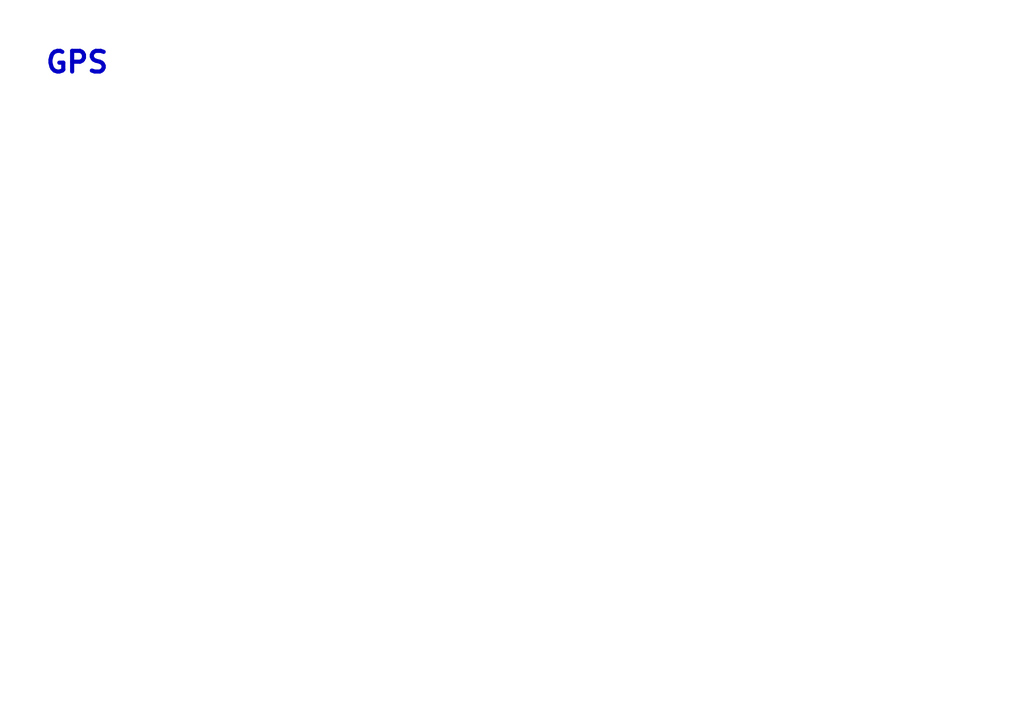
<source format=kicad_sch>
(kicad_sch
	(version 20231120)
	(generator "eeschema")
	(generator_version "8.0")
	(uuid "0220149f-be8c-47e3-a59e-c5d5d898d95d")
	(paper "A4")
	(title_block
		(title "GPS")
		(date "2024-11-09")
		(company "GAUL")
	)
	(lib_symbols)
	(text "GPS"
		(exclude_from_sim no)
		(at 22.352 18.288 0)
		(effects
			(font
				(size 6 6)
				(thickness 1.2)
				(bold yes)
			)
		)
		(uuid "83e0afc2-ccf3-49cc-8acd-a3195f4f4fe8")
	)
)

</source>
